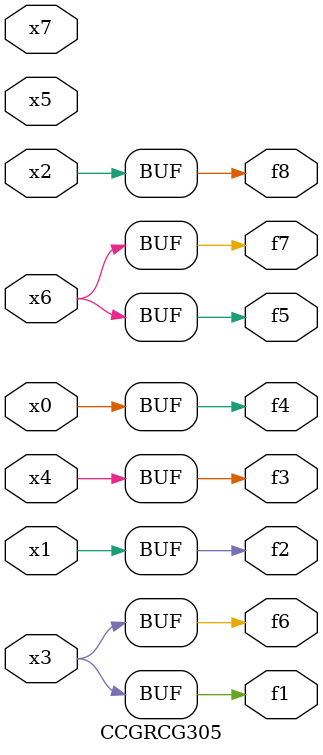
<source format=v>
module CCGRCG305(
	input x0, x1, x2, x3, x4, x5, x6, x7,
	output f1, f2, f3, f4, f5, f6, f7, f8
);
	assign f1 = x3;
	assign f2 = x1;
	assign f3 = x4;
	assign f4 = x0;
	assign f5 = x6;
	assign f6 = x3;
	assign f7 = x6;
	assign f8 = x2;
endmodule

</source>
